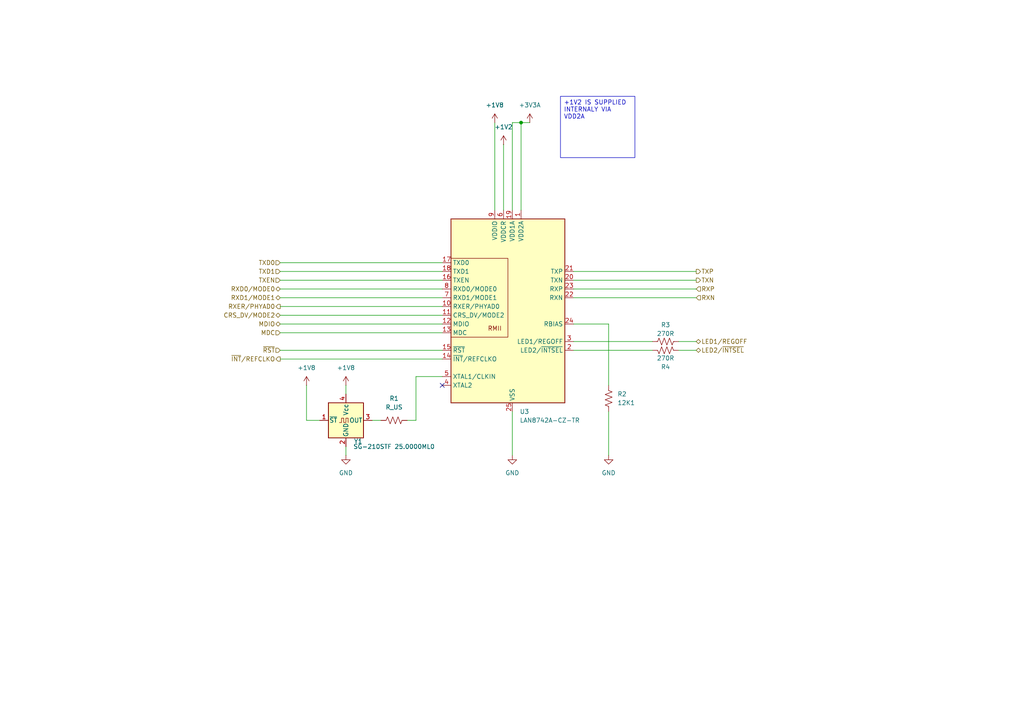
<source format=kicad_sch>
(kicad_sch (version 20250114) (generator "eeschema") (generator_version "9.0")
  (paper "A4")
  (lib_symbols
    (symbol "Device:R_US" (pin_numbers (hide yes)) (pin_names (offset 0))
      (property "Reference" "R" (at 2.54 0 90))
      (property "Value" "R_US" (at -2.54 0 90))
      (symbol "R_US_0_1"
        (polyline (pts (xy 0 2.286) (xy 0 2.54)))
        (polyline (pts (xy 0 2.286) (xy 1.016 1.905) (xy 0 1.524) (xy -1.016 1.143) (xy 0 0.762)))
        (polyline (pts (xy 0 0.762) (xy 1.016 0.381) (xy 0 0) (xy -1.016 -0.381) (xy 0 -0.762)))
        (polyline (pts (xy 0 -0.762) (xy 1.016 -1.143) (xy 0 -1.524) (xy -1.016 -1.905) (xy 0 -2.286)))
        (polyline (pts (xy 0 -2.286) (xy 0 -2.54)))
      )
      (symbol "R_US_1_1"
        (pin passive line (at 0 3.81 270) (length 1.27) (name "~") (number "1"))
        (pin passive line (at 0 -3.81 90) (length 1.27) (name "~") (number "2"))
      )
    )
    (symbol "Interface_Ethernet:LAN8742A"
      (property "Reference" "U" (at -13.97 29.21 0))
      (property "Value" "LAN8742A" (at 15.24 29.21 0))
      (symbol "LAN8742A_0_0"
        (text "RMII" (at -5.08 -3.81 0) (effects (font (size 1.27 1.27))))
      )
      (symbol "LAN8742A_0_1"
        (rectangle (start -17.78 27.94) (end 15.24 -25.4) (stroke (width 0.254)) (fill (type background)))
        (polyline (pts (xy -17.78 -6.35) (xy -1.27 -6.35) (xy -1.27 16.51) (xy -17.78 16.51)))
      )
      (symbol "LAN8742A_1_1"
        (pin input line (at -20.32 15.24 0) (length 2.54) (name "TXD0") (number "17"))
        (pin input line (at -20.32 12.7 0) (length 2.54) (name "TXD1") (number "18"))
        (pin input line (at -20.32 10.16 0) (length 2.54) (name "TXEN") (number "16"))
        (pin bidirectional line (at -20.32 7.62 0) (length 2.54) (name "RXD0/MODE0") (number "8"))
        (pin bidirectional line (at -20.32 5.08 0) (length 2.54) (name "RXD1/MODE1") (number "7"))
        (pin output line (at -20.32 2.54 0) (length 2.54) (name "RXER/PHYAD0") (number "10"))
        (pin bidirectional line (at -20.32 0 0) (length 2.54) (name "CRS_DV/MODE2") (number "11"))
        (pin bidirectional line (at -20.32 -2.54 0) (length 2.54) (name "MDIO") (number "12"))
        (pin input line (at -20.32 -5.08 0) (length 2.54) (name "MDC") (number "13"))
        (pin input line (at -20.32 -10.16 0) (length 2.54) (name "~{RST}") (number "15"))
        (pin output line (at -20.32 -12.7 0) (length 2.54) (name "~{INT}/REFCLKO") (number "14"))
        (pin input line (at -20.32 -17.78 0) (length 2.54) (name "XTAL1/CLKIN") (number "5"))
        (pin output line (at -20.32 -20.32 0) (length 2.54) (name "XTAL2") (number "4"))
        (pin power_in line (at -5.08 30.48 270) (length 2.54) (name "VDDIO") (number "9"))
        (pin power_in line (at -2.54 30.48 270) (length 2.54) (name "VDDCR") (number "6"))
        (pin power_in line (at 0 30.48 270) (length 2.54) (name "VDD1A") (number "19"))
        (pin power_in line (at 0 -27.94 90) (length 2.54) (name "VSS") (number "25"))
        (pin power_in line (at 2.54 30.48 270) (length 2.54) (name "VDD2A") (number "1"))
        (pin passive line (at 17.78 12.7 180) (length 2.54) (name "TXP") (number "21"))
        (pin passive line (at 17.78 10.16 180) (length 2.54) (name "TXN") (number "20"))
        (pin passive line (at 17.78 7.62 180) (length 2.54) (name "RXP") (number "23"))
        (pin passive line (at 17.78 5.08 180) (length 2.54) (name "RXN") (number "22"))
        (pin passive line (at 17.78 -2.54 180) (length 2.54) (name "RBIAS") (number "24"))
        (pin bidirectional line (at 17.78 -7.62 180) (length 2.54) (name "LED1/REGOFF") (number "3"))
        (pin bidirectional line (at 17.78 -10.16 180) (length 2.54) (name "LED2/~{INTSEL}") (number "2"))
      )
    )
    (symbol "Oscillator:SG-210STF" (pin_names (offset 0.254))
      (property "Reference" "Y" (at -5.08 6.35 0))
      (property "Value" "SG-210STF" (at 1.27 -6.35 0))
      (symbol "SG-210STF_0_1"
        (rectangle (start -5.08 5.08) (end 5.08 -5.08) (stroke (width 0.254)) (fill (type background)))
        (polyline (pts (xy -1.905 -0.635) (xy -1.27 -0.635) (xy -1.27 0.635) (xy -0.635 0.635) (xy -0.635 -0.635) (xy 0 -0.635) (xy 0 0.635) (xy 0.635 0.635) (xy 0.635 -0.635)))
      )
      (symbol "SG-210STF_1_1"
        (pin input line (at -7.62 0 0) (length 2.54) (name "~{ST}") (number "1"))
        (pin power_in line (at 0 7.62 270) (length 2.54) (name "Vcc") (number "4"))
        (pin power_in line (at 0 -7.62 90) (length 2.54) (name "GND") (number "2"))
        (pin output line (at 7.62 0 180) (length 2.54) (name "OUT") (number "3"))
      )
    )
    (symbol "power:+1V2" (power) (pin_numbers (hide yes)) (pin_names (offset 0) (hide yes))
      (property "Value" "+1V2" (at 0 3.556 0))
      (symbol "+1V2_0_1"
        (polyline (pts (xy -0.762 1.27) (xy 0 2.54)))
        (polyline (pts (xy 0 2.54) (xy 0.762 1.27)))
        (polyline (pts (xy 0 0) (xy 0 2.54)))
      )
      (symbol "+1V2_1_1"
        (pin power_in line (at 0 0 90) (length 0) (name "~") (number "1"))
      )
    )
    (symbol "power:+1V8" (power) (pin_numbers (hide yes)) (pin_names (offset 0) (hide yes))
      (property "Value" "+1V8" (at 0 3.556 0))
      (symbol "+1V8_0_1"
        (polyline (pts (xy -0.762 1.27) (xy 0 2.54)))
        (polyline (pts (xy 0 2.54) (xy 0.762 1.27)))
        (polyline (pts (xy 0 0) (xy 0 2.54)))
      )
      (symbol "+1V8_1_1"
        (pin power_in line (at 0 0 90) (length 0) (name "~") (number "1"))
      )
    )
    (symbol "power:+3V3" (power) (pin_numbers (hide yes)) (pin_names (offset 0) (hide yes))
      (property "Value" "+3V3" (at 0 3.556 0))
      (symbol "+3V3_0_1"
        (polyline (pts (xy -0.762 1.27) (xy 0 2.54)))
        (polyline (pts (xy 0 2.54) (xy 0.762 1.27)))
        (polyline (pts (xy 0 0) (xy 0 2.54)))
      )
      (symbol "+3V3_1_1"
        (pin power_in line (at 0 0 90) (length 0) (name "~") (number "1"))
      )
    )
    (symbol "power:GND" (power) (pin_numbers (hide yes)) (pin_names (offset 0) (hide yes))
      (property "Value" "GND" (at 0 -3.81 0))
      (symbol "GND_0_1"
        (polyline (pts (xy 0 0) (xy 0 -1.27) (xy 1.27 -1.27) (xy 0 -2.54) (xy -1.27 -1.27) (xy 0 -1.27)))
      )
      (symbol "GND_1_1"
        (pin power_in line (at 0 0 270) (length 0) (name "~") (number "1"))
      )
    )
  )
  (text_box "+1V2 IS SUPPLIED INTERNALY VIA VDD2A\n" (at 162.56 27.94 0) (size 21.59 17.78) (margins 0.9525 0.9525 0.9525 0.9525) (effects (font (size 1.27 1.27)) (justify left top)))
  (junction (at 151.13 35.56))
  (no_connect (at 128.27 111.76))
  (wire (pts (xy 81.28 83.82) (xy 128.27 83.82)))
  (wire (pts (xy 81.28 91.44) (xy 128.27 91.44)))
  (wire (pts (xy 201.93 101.6) (xy 196.85 101.6)))
  (wire (pts (xy 148.59 35.56) (xy 151.13 35.56)))
  (wire (pts (xy 107.95 121.92) (xy 110.49 121.92)))
  (wire (pts (xy 81.28 76.2) (xy 128.27 76.2)))
  (wire (pts (xy 81.28 78.74) (xy 128.27 78.74)))
  (wire (pts (xy 81.28 96.52) (xy 128.27 96.52)))
  (wire (pts (xy 201.93 99.06) (xy 196.85 99.06)))
  (wire (pts (xy 81.28 104.14) (xy 128.27 104.14)))
  (wire (pts (xy 176.53 93.98) (xy 166.37 93.98)))
  (wire (pts (xy 100.33 129.54) (xy 100.33 132.08)))
  (wire (pts (xy 120.65 109.22) (xy 128.27 109.22)))
  (wire (pts (xy 118.11 121.92) (xy 120.65 121.92)))
  (wire (pts (xy 151.13 35.56) (xy 151.13 60.96)))
  (wire (pts (xy 81.28 93.98) (xy 128.27 93.98)))
  (wire (pts (xy 81.28 88.9) (xy 128.27 88.9)))
  (wire (pts (xy 189.23 101.6) (xy 166.37 101.6)))
  (wire (pts (xy 201.93 81.28) (xy 166.37 81.28)))
  (wire (pts (xy 100.33 111.76) (xy 100.33 114.3)))
  (wire (pts (xy 148.59 119.38) (xy 148.59 132.08)))
  (wire (pts (xy 88.9 121.92) (xy 92.71 121.92)))
  (wire (pts (xy 176.53 111.76) (xy 176.53 93.98)))
  (wire (pts (xy 143.51 35.56) (xy 143.51 60.96)))
  (wire (pts (xy 81.28 101.6) (xy 128.27 101.6)))
  (wire (pts (xy 81.28 86.36) (xy 128.27 86.36)))
  (wire (pts (xy 120.65 121.92) (xy 120.65 109.22)))
  (wire (pts (xy 201.93 78.74) (xy 166.37 78.74)))
  (wire (pts (xy 146.05 41.91) (xy 146.05 60.96)))
  (wire (pts (xy 176.53 119.38) (xy 176.53 132.08)))
  (wire (pts (xy 151.13 35.56) (xy 153.67 35.56)))
  (wire (pts (xy 88.9 111.76) (xy 88.9 121.92)))
  (wire (pts (xy 201.93 83.82) (xy 166.37 83.82)))
  (wire (pts (xy 81.28 81.28) (xy 128.27 81.28)))
  (wire (pts (xy 201.93 86.36) (xy 166.37 86.36)))
  (wire (pts (xy 189.23 99.06) (xy 166.37 99.06)))
  (wire (pts (xy 148.59 60.96) (xy 148.59 35.56)))
  (hierarchical_label "~{INT}/REFCLKO" (shape output) (at 81.28 104.14 180))
  (hierarchical_label "TXD0" (shape input) (at 81.28 76.2 180))
  (hierarchical_label "RXN" (shape input) (at 201.93 86.36 0))
  (hierarchical_label "MDIO" (shape bidirectional) (at 81.28 93.98 180))
  (hierarchical_label "RXD0/MODE0" (shape bidirectional) (at 81.28 83.82 180))
  (hierarchical_label "TXD1" (shape input) (at 81.28 78.74 180))
  (hierarchical_label "RXER/PHYAD0" (shape output) (at 81.28 88.9 180))
  (hierarchical_label "CRS_DV/MODE2" (shape bidirectional) (at 81.28 91.44 180))
  (hierarchical_label "MDC" (shape input) (at 81.28 96.52 180))
  (hierarchical_label "RXD1/MODE1" (shape bidirectional) (at 81.28 86.36 180))
  (hierarchical_label "RXP" (shape input) (at 201.93 83.82 0))
  (hierarchical_label "LED2/~{INTSEL}" (shape bidirectional) (at 201.93 101.6 0))
  (hierarchical_label "TXN" (shape output) (at 201.93 81.28 0))
  (hierarchical_label "TXEN" (shape input) (at 81.28 81.28 180))
  (hierarchical_label "TXP" (shape output) (at 201.93 78.74 0))
  (hierarchical_label "LED1/REGOFF" (shape bidirectional) (at 201.93 99.06 0))
  (hierarchical_label "~{RST}" (shape input) (at 81.28 101.6 180))
  (symbol (lib_id "Device:R_US") (at 193.04 99.06 90) (unit 1)
    (property "Reference" "R3" (at 193.04 94.234 90))
    (property "Value" "270R" (at 193.04 96.774 90))
    (property "Description" "Resistor, US symbol" (effects (hide yes)))
    (instances (project "GMA1_SOM" (path "" (reference "R3") (unit 1)) (path "" (reference "R7") (unit 1))))
  )
  (symbol (lib_id "power:+1V2") (at 146.05 41.91 0) (unit 1)
    (property "Reference" "#PWR05" (effects (hide yes)))
    (property "Value" "+1V2" (at 146.05 36.83 0))
    (property "Description" "Power symbol creates a global label with name \"+1V2\"" (effects (hide yes)))
    (instances (project "" (path "" (reference "#PWR05") (unit 1)) (path "" (reference "#PWR013") (unit 1))))
  )
  (symbol (lib_id "power:+1V8") (at 143.51 35.56 0) (unit 1)
    (property "Reference" "#PWR04" (effects (hide yes)))
    (property "Value" "+1V8" (at 143.51 30.48 0))
    (property "Description" "Power symbol creates a global label with name \"+1V8\"" (effects (hide yes)))
    (instances (project "" (path "" (reference "#PWR04") (unit 1)) (path "" (reference "#PWR012") (unit 1))))
  )
  (symbol (lib_id "Oscillator:SG-210STF") (at 100.33 121.92 0) (unit 1)
    (property "Reference" "Y1" (at 103.886 128.016 0))
    (property "Value" "SG-210STF 25.0000ML0" (at 114.3 129.54 0))
    (property "Footprint" "Oscillator:Oscillator_SMD_SeikoEpson_SG210-4Pin_2.5x2.0mm" (effects (hide yes)))
    (property "Datasheet" "https://support.epson.biz/td/api/doc_check.php?mode=dl&lang=en&Parts=SG-210STF" (effects (hide yes)))
    (property "Description" "CMOS Crystal Oscillator SPXO" (effects (hide yes)))
    (instances (project "" (path "" (reference "Y1") (unit 1)) (path "" (reference "Y2") (unit 1))))
  )
  (symbol (lib_id "power:+1V8") (at 88.9 111.76 0) (unit 1)
    (property "Reference" "#PWR01" (effects (hide yes)))
    (property "Value" "+1V8" (at 88.9 106.68 0))
    (property "Description" "Power symbol creates a global label with name \"+1V8\"" (effects (hide yes)))
    (instances (project "GMA1_SOM" (path "" (reference "#PWR01") (unit 1)) (path "" (reference "#PWR09") (unit 1))))
  )
  (symbol (lib_id "power:GND") (at 100.33 132.08 0) (unit 1)
    (property "Reference" "#PWR03" (effects (hide yes)))
    (property "Value" "GND" (at 100.33 137.16 0))
    (property "Description" "Power symbol creates a global label with name \"GND\" , ground" (effects (hide yes)))
    (instances (project "GMA1_SOM" (path "" (reference "#PWR03") (unit 1)) (path "" (reference "#PWR011") (unit 1))))
  )
  (symbol (lib_id "Device:R_US") (at 176.53 115.57 180) (unit 1)
    (property "Reference" "R2" (at 179.07 114.2999 0) (effects (justify right)))
    (property "Value" "12K1" (at 179.07 116.8399 0) (effects (justify right)))
    (property "Description" "Resistor, US symbol" (effects (hide yes)))
    (instances (project "GMA1_SOM" (path "" (reference "R2") (unit 1)) (path "" (reference "R6") (unit 1))))
  )
  (symbol (lib_id "power:GND") (at 148.59 132.08 0) (unit 1)
    (property "Reference" "#PWR06" (effects (hide yes)))
    (property "Value" "GND" (at 148.59 137.16 0))
    (property "Description" "Power symbol creates a global label with name \"GND\" , ground" (effects (hide yes)))
    (instances (project "" (path "" (reference "#PWR06") (unit 1)) (path "" (reference "#PWR014") (unit 1))))
  )
  (symbol (lib_id "Device:R_US") (at 114.3 121.92 90) (unit 1)
    (property "Reference" "R1" (at 114.3 115.57 90))
    (property "Value" "R_US" (at 114.3 118.11 90))
    (property "Description" "Resistor, US symbol" (effects (hide yes)))
    (instances (project "" (path "" (reference "R1") (unit 1)) (path "" (reference "R5") (unit 1))))
  )
  (symbol (lib_id "power:GND") (at 176.53 132.08 0) (unit 1)
    (property "Reference" "#PWR08" (effects (hide yes)))
    (property "Value" "GND" (at 176.53 137.16 0))
    (property "Description" "Power symbol creates a global label with name \"GND\" , ground" (effects (hide yes)))
    (instances (project "GMA1_SOM" (path "" (reference "#PWR08") (unit 1)) (path "" (reference "#PWR016") (unit 1))))
  )
  (symbol (lib_id "power:+3V3") (at 153.67 35.56 0) (unit 1)
    (property "Reference" "#PWR07" (effects (hide yes)))
    (property "Value" "+3V3A" (at 153.67 30.48 0))
    (property "Description" "Power symbol creates a global label with name \"+3V3\"" (effects (hide yes)))
    (instances (project "" (path "" (reference "#PWR07") (unit 1)) (path "" (reference "#PWR015") (unit 1))))
  )
  (symbol (lib_id "Interface_Ethernet:LAN8742A") (at 148.59 91.44 0) (unit 1)
    (property "Reference" "U3" (at 150.7333 119.38 0) (effects (justify left)))
    (property "Value" "LAN8742A-CZ-TR" (at 150.7333 121.92 0) (effects (justify left)))
    (property "Footprint" "Package_DFN_QFN:VQFN-24-1EP_4x4mm_P0.5mm_EP2.5x2.5mm_ThermalVias" (effects (hide yes)))
    (property "Datasheet" "http://ww1.microchip.com/downloads/en/DeviceDoc/8742a.pdf" (effects (hide yes)))
    (property "Description" "LAN8720 Ethernet PHY with RMII interface, QFN-24" (effects (hide yes)))
    (instances (project "" (path "" (reference "U3") (unit 1)) (path "" (reference "U4") (unit 1))))
  )
  (symbol (lib_id "Device:R_US") (at 193.04 101.6 90) (mirror x) (unit 1)
    (property "Reference" "R4" (at 193.04 106.426 90))
    (property "Value" "270R" (at 193.04 103.886 90))
    (property "Description" "Resistor, US symbol" (effects (hide yes)))
    (instances (project "GMA1_SOM" (path "" (reference "R4") (unit 1)) (path "" (reference "R8") (unit 1))))
  )
  (symbol (lib_id "power:+1V8") (at 100.33 111.76 0) (unit 1)
    (property "Reference" "#PWR02" (effects (hide yes)))
    (property "Value" "+1V8" (at 100.33 106.68 0))
    (property "Description" "Power symbol creates a global label with name \"+1V8\"" (effects (hide yes)))
    (instances (project "GMA1_SOM" (path "" (reference "#PWR02") (unit 1)) (path "" (reference "#PWR010") (unit 1))))
  )
)
</source>
